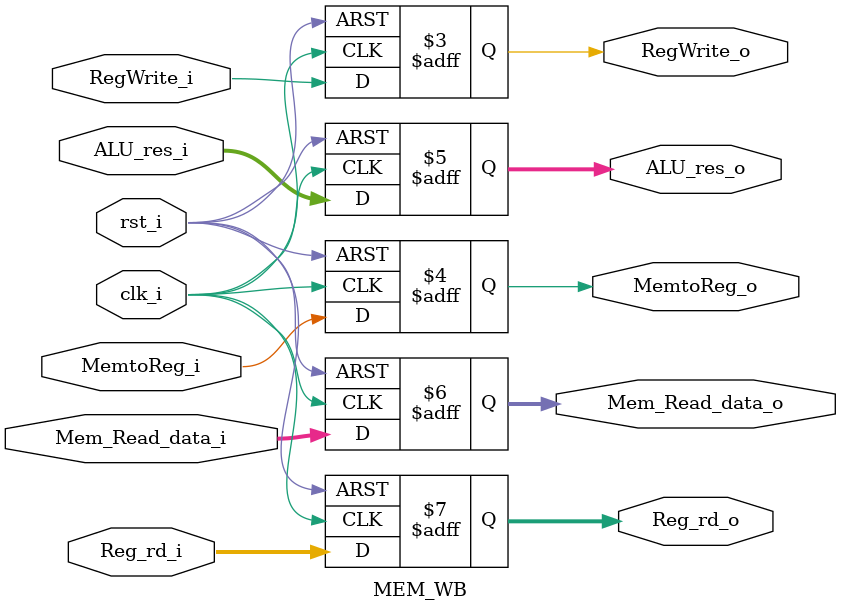
<source format=v>
module MEM_WB(
    clk_i,
    rst_i,
    RegWrite_i,
    MemtoReg_i,
    ALU_res_i,
    Mem_Read_data_i,
    Reg_rd_i,
    RegWrite_o,
    MemtoReg_o,
    ALU_res_o,
    Mem_Read_data_o,
    Reg_rd_o
);

input               clk_i;
input               rst_i;
input               RegWrite_i;
input               MemtoReg_i;
input       [31:0]  ALU_res_i;
input       [31:0]  Mem_Read_data_i;
input       [4:0]   Reg_rd_i;

output reg          RegWrite_o;
output reg          MemtoReg_o;
output reg  [31:0]  ALU_res_o;
output reg  [31:0]  Mem_Read_data_o;
output reg  [4:0]   Reg_rd_o;

always@(posedge clk_i or negedge rst_i) begin
    if (~rst_i) begin
        RegWrite_o <= 1'b0;
        MemtoReg_o <= 1'b0;
        ALU_res_o <= 32'b0;
        Mem_Read_data_o <= 32'b0;
        Reg_rd_o <= 5'b0;
    end
    else begin
        RegWrite_o <= RegWrite_i;
        MemtoReg_o <= MemtoReg_i;
        ALU_res_o <= ALU_res_i;
        Mem_Read_data_o <= Mem_Read_data_i;
        Reg_rd_o <= Reg_rd_i;
    end
end
    
endmodule
</source>
